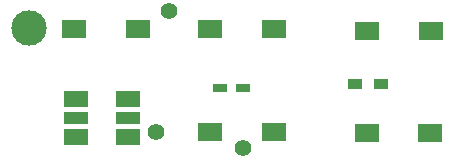
<source format=gbr>
G04 #@! TF.FileFunction,Soldermask,Bot*
%FSLAX46Y46*%
G04 Gerber Fmt 4.6, Leading zero omitted, Abs format (unit mm)*
G04 Created by KiCad (PCBNEW 4.0.2-stable) date 04.08.2016 21:20:42*
%MOMM*%
G01*
G04 APERTURE LIST*
%ADD10C,0.100000*%
%ADD11R,2.000000X1.400000*%
%ADD12R,2.000000X1.100000*%
%ADD13R,1.200000X0.900000*%
%ADD14R,2.000000X1.600000*%
%ADD15C,1.397000*%
%ADD16C,3.000000*%
%ADD17R,1.200000X0.750000*%
G04 APERTURE END LIST*
D10*
D11*
X39900500Y-41033500D03*
D12*
X39900500Y-39433500D03*
D11*
X39900500Y-37833500D03*
X44300500Y-37833500D03*
D12*
X44300500Y-39433500D03*
D11*
X44300500Y-41033500D03*
D13*
X63543000Y-36576000D03*
X65743000Y-36576000D03*
D14*
X51275000Y-40640000D03*
X56675000Y-40640000D03*
X69946500Y-40703500D03*
X64546500Y-40703500D03*
X51275000Y-31940500D03*
X56675000Y-31940500D03*
X70010000Y-32067500D03*
X64610000Y-32067500D03*
X39781500Y-31940500D03*
X45181500Y-31940500D03*
D15*
X46736000Y-40640000D03*
X54102000Y-41973500D03*
X47815500Y-30416500D03*
D16*
X35915600Y-31800800D03*
D17*
X54036000Y-36880800D03*
X52136000Y-36880800D03*
M02*

</source>
